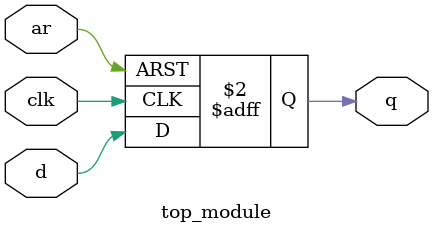
<source format=sv>
module top_module (
	input clk,
	input d,
	input ar,
	output logic q
);
	always @ (posedge clk or posedge ar) begin
		if (ar) begin
			q <= 0;
		end else begin
			q <= d;
		end
	end
endmodule

</source>
